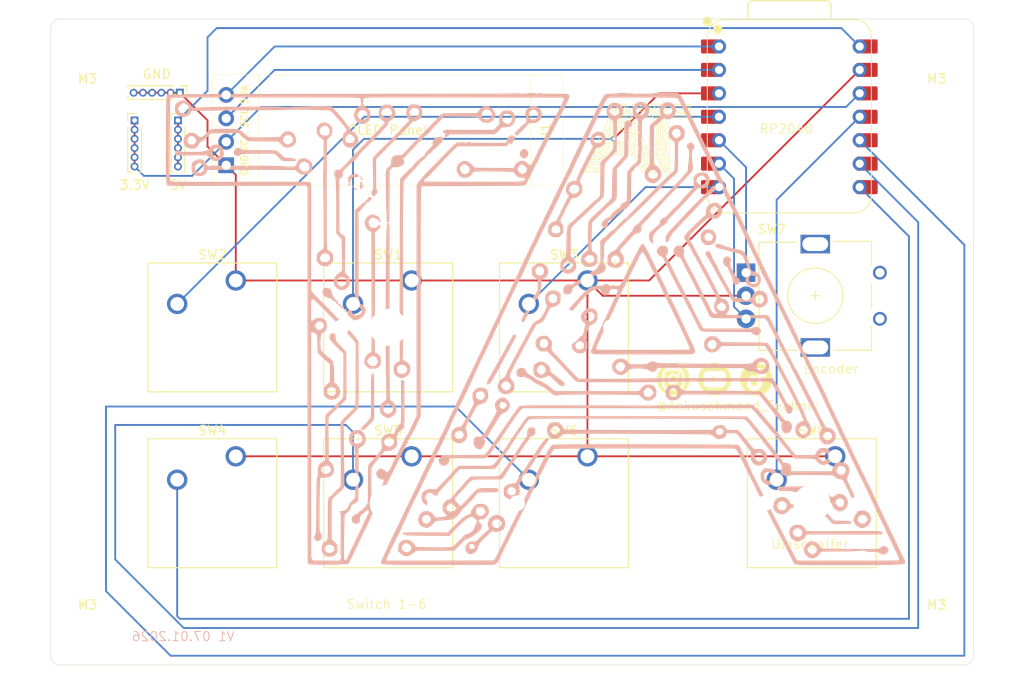
<source format=kicad_pcb>
(kicad_pcb (version 20241229) (generator "pcbnew") (generator_version "9.0")
  (layers (0 "F.Cu" signal) (2 "B.Cu" signal) (13 "F.Paste" user) (15 "B.Paste" user) (5 "F.SilkS" user "F.Silkscreen") (7 "B.SilkS" user "B.Silkscreen") (1 "F.Mask" user) (3 "B.Mask" user) (25 "Edge.Cuts" user))
  (net 0 "")
  (net 1 "GND")
  (net 2 "Net-(U1-GPIO28{slash}ADC2{slash}A2)")
  (net 3 "Net-(U1-GPIO29{slash}ADC3{slash}A3)")
  (net 4 "Net-(U1-GPIO0{slash}TX)")
  (net 5 "Net-(U1-GPIO1{slash}RX)")
  (net 6 "Net-(U1-GPIO2{slash}SCK)")
  (net 7 "Net-(U1-GPIO4{slash}MISO)")
  (net 8 "Net-(U1-GPIO7{slash}SCL)")
  (net 9 "Net-(U1-GPIO6{slash}SDA)")
  (net 10 "+5V")
  (net 11 "+3.3V")
  (net 12 "Net-(J1-Pin_4)")
  (net 13 "Net-(J1-Pin_3)")
  (net 14 "Net-(U1-GPIO3{slash}MOSI)")
  (footprint "Button_Switch_Keyboard:SW_Cherry_MX_1.00u_PCB" (layer "F.Cu") (at 185.015 117.395)
    (property "Reference" "SW8" (at -2.54 -2.794 0) (layer "F.SilkS"))
    (property "Value" "Umschalter")
    (pad "" np_thru_hole circle (at -7.62 5.08) (size 1.7 1.7) (drill 1.7) (layers "*.Cu" "*.Mask"))
    (pad "" np_thru_hole circle (at -2.54 5.08) (size 4 4) (drill 4) (layers "*.Cu" "*.Mask"))
    (pad "" np_thru_hole circle (at 2.54 5.08) (size 1.7 1.7) (drill 1.7) (layers "*.Cu" "*.Mask"))
    (pad "1" thru_hole circle (at 0 0) (size 2.2 2.2) (drill 1.5) (layers "*.Cu" "*.Mask") (net 1 "GND"))
    (pad "2" thru_hole circle (at -6.35 2.54) (size 2.2 2.2) (drill 1.5) (layers "*.Cu" "*.Mask") (net 14 "Net-(U1-GPIO3{slash}MOSI)"))
  )
  (footprint "Button_Switch_Keyboard:SW_Cherry_MX_1.00u_PCB" (layer "F.Cu") (at 158.165 117.395)
    (property "Reference" "SW6" (at -2.54 -2.794 0) (layer "F.SilkS"))
    (property "Value" "Switch 6")
    (pad "" np_thru_hole circle (at -7.62 5.08) (size 1.7 1.7) (drill 1.7) (layers "*.Cu" "*.Mask"))
    (pad "" np_thru_hole circle (at -2.54 5.08) (size 4 4) (drill 4) (layers "*.Cu" "*.Mask"))
    (pad "" np_thru_hole circle (at 2.54 5.08) (size 1.7 1.7) (drill 1.7) (layers "*.Cu" "*.Mask"))
    (pad "1" thru_hole circle (at 0 0) (size 2.2 2.2) (drill 1.5) (layers "*.Cu" "*.Mask") (net 1 "GND"))
    (pad "2" thru_hole circle (at -6.35 2.54) (size 2.2 2.2) (drill 1.5) (layers "*.Cu" "*.Mask") (net 7 "Net-(U1-GPIO4{slash}MISO)"))
  )
  (footprint "Button_Switch_Keyboard:SW_Cherry_MX_1.00u_PCB" (layer "F.Cu") (at 120.065 117.395)
    (property "Reference" "SW4" (at -2.54 -2.794 0) (layer "F.SilkS"))
    (property "Value" "Switch 4")
    (pad "" np_thru_hole circle (at -7.62 5.08) (size 1.7 1.7) (drill 1.7) (layers "*.Cu" "*.Mask"))
    (pad "" np_thru_hole circle (at -2.54 5.08) (size 4 4) (drill 4) (layers "*.Cu" "*.Mask"))
    (pad "" np_thru_hole circle (at 2.54 5.08) (size 1.7 1.7) (drill 1.7) (layers "*.Cu" "*.Mask"))
    (pad "1" thru_hole circle (at 0 0) (size 2.2 2.2) (drill 1.5) (layers "*.Cu" "*.Mask") (net 1 "GND"))
    (pad "2" thru_hole circle (at -6.35 2.54) (size 2.2 2.2) (drill 1.5) (layers "*.Cu" "*.Mask") (net 5 "Net-(U1-GPIO1{slash}RX)"))
  )
  (footprint "Seeed Studio XIAO Series Library:XIAO-RP2350-DIP" (layer "F.Cu") (at 180.040994 80.5465)
    (property "Reference" "U1" (hide yes))
    (property "Value" "XIAO-RP2040-DIP (Mikrocontroller)")
    (pad "1" smd roundrect (at -8.405994 -7.5565 180) (size 2.332 1.524) (layers "F.Cu" "F.Mask") (roundrect_rratio 0.1) (net 12 "Net-(J1-Pin_4)"))
    (pad "1" thru_hole circle (at -7.620994 -7.5565 180) (size 1.524 1.524) (drill 0.889) (layers "*.Cu" "*.Mask") (net 12 "Net-(J1-Pin_4)"))
    (pad "2" smd roundrect (at -8.405994 -5.0165 180) (size 2.332 1.524) (layers "F.Cu" "F.Mask") (roundrect_rratio 0.1) (net 13 "Net-(J1-Pin_3)"))
    (pad "2" thru_hole circle (at -7.620994 -5.0165 180) (size 1.524 1.524) (drill 0.889) (layers "*.Cu" "*.Mask") (net 13 "Net-(J1-Pin_3)"))
    (pad "3" smd roundrect (at -8.405994 -2.4765 180) (size 2.332 1.524) (layers "F.Cu" "F.Mask") (roundrect_rratio 0.1) (net 2 "Net-(U1-GPIO28{slash}ADC2{slash}A2)"))
    (pad "3" thru_hole circle (at -7.620994 -2.4765 180) (size 1.524 1.524) (drill 0.889) (layers "*.Cu" "*.Mask") (net 2 "Net-(U1-GPIO28{slash}ADC2{slash}A2)"))
    (pad "4" smd roundrect (at -8.405994 0.0635 180) (size 2.332 1.524) (layers "F.Cu" "F.Mask") (roundrect_rratio 0.1) (net 3 "Net-(U1-GPIO29{slash}ADC3{slash}A3)"))
    (pad "4" thru_hole circle (at -7.620994 0.0635 180) (size 1.524 1.524) (drill 0.889) (layers "*.Cu" "*.Mask") (net 3 "Net-(U1-GPIO29{slash}ADC3{slash}A3)"))
    (pad "5" smd roundrect (at -8.405994 2.6035 180) (size 2.332 1.524) (layers "F.Cu" "F.Mask") (roundrect_rratio 0.1) (net 9 "Net-(U1-GPIO6{slash}SDA)"))
    (pad "5" thru_hole circle (at -7.620994 2.6035 180) (size 1.524 1.524) (drill 0.889) (layers "*.Cu" "*.Mask") (net 9 "Net-(U1-GPIO6{slash}SDA)"))
    (pad "6" smd roundrect (at -8.405994 5.1435 180) (size 2.332 1.524) (layers "F.Cu" "F.Mask") (roundrect_rratio 0.1) (net 8 "Net-(U1-GPIO7{slash}SCL)"))
    (pad "6" thru_hole circle (at -7.620994 5.1435 180) (size 1.524 1.524) (drill 0.889) (layers "*.Cu" "*.Mask") (net 8 "Net-(U1-GPIO7{slash}SCL)"))
    (pad "7" smd roundrect (at -8.405994 7.6835 180) (size 2.332 1.524) (layers "F.Cu" "F.Mask") (roundrect_rratio 0.1) (net 4 "Net-(U1-GPIO0{slash}TX)"))
    (pad "7" thru_hole circle (at -7.620994 7.6835 180) (size 1.524 1.524) (drill 0.889) (layers "*.Cu" "*.Mask") (net 4 "Net-(U1-GPIO0{slash}TX)"))
    (pad "8" thru_hole circle (at 7.619006 7.6835) (size 1.524 1.524) (drill 0.889) (layers "*.Cu" "*.Mask") (net 5 "Net-(U1-GPIO1{slash}RX)"))
    (pad "8" smd roundrect (at 8.404006 7.6835) (size 2.332 1.524) (layers "F.Cu" "F.Mask") (roundrect_rratio 0.1) (net 5 "Net-(U1-GPIO1{slash}RX)"))
    (pad "9" thru_hole circle (at 7.619006 5.1435) (size 1.524 1.524) (drill 0.889) (layers "*.Cu" "*.Mask") (net 6 "Net-(U1-GPIO2{slash}SCK)"))
    (pad "9" smd roundrect (at 8.404006 5.1435) (size 2.332 1.524) (layers "F.Cu" "F.Mask") (roundrect_rratio 0.1) (net 6 "Net-(U1-GPIO2{slash}SCK)"))
    (pad "10" thru_hole circle (at 7.619006 2.6035) (size 1.524 1.524) (drill 0.889) (layers "*.Cu" "*.Mask") (net 7 "Net-(U1-GPIO4{slash}MISO)"))
    (pad "10" smd roundrect (at 8.404006 2.6035) (size 2.332 1.524) (layers "F.Cu" "F.Mask") (roundrect_rratio 0.1) (net 7 "Net-(U1-GPIO4{slash}MISO)"))
    (pad "11" thru_hole circle (at 7.619006 0.0635) (size 1.524 1.524) (drill 0.889) (layers "*.Cu" "*.Mask") (net 14 "Net-(U1-GPIO3{slash}MOSI)"))
    (pad "11" smd roundrect (at 8.404006 0.0635) (size 2.332 1.524) (layers "F.Cu" "F.Mask") (roundrect_rratio 0.1) (net 14 "Net-(U1-GPIO3{slash}MOSI)"))
    (pad "12" thru_hole circle (at 7.619006 -2.4765) (size 1.524 1.524) (drill 0.889) (layers "*.Cu" "*.Mask") (net 11 "+3.3V"))
    (pad "12" smd roundrect (at 8.404006 -2.4765) (size 2.332 1.524) (layers "F.Cu" "F.Mask") (roundrect_rratio 0.1) (net 11 "+3.3V"))
    (pad "13" thru_hole circle (at 7.619006 -5.0165) (size 1.524 1.524) (drill 0.889) (layers "*.Cu" "*.Mask") (net 1 "GND"))
    (pad "13" smd roundrect (at 8.404006 -5.0165) (size 2.332 1.524) (layers "F.Cu" "F.Mask") (roundrect_rratio 0.1) (net 1 "GND"))
    (pad "14" thru_hole circle (at 7.619006 -7.5565) (size 1.524 1.524) (drill 0.889) (layers "*.Cu" "*.Mask") (net 10 "+5V"))
    (pad "14" smd roundrect (at 8.404006 -7.5565) (size 2.332 1.524) (layers "F.Cu" "F.Mask") (roundrect_rratio 0.1) (net 10 "+5V"))
  )
  (footprint "Button_Switch_Keyboard:SW_Cherry_MX_1.00u_PCB" (layer "F.Cu") (at 139.115 117.395)
    (property "Reference" "SW5" (at -2.54 -2.794 0) (layer "F.SilkS"))
    (property "Value" "Switch 5")
    (pad "" np_thru_hole circle (at -7.62 5.08) (size 1.7 1.7) (drill 1.7) (layers "*.Cu" "*.Mask"))
    (pad "" np_thru_hole circle (at -2.54 5.08) (size 4 4) (drill 4) (layers "*.Cu" "*.Mask"))
    (pad "" np_thru_hole circle (at 2.54 5.08) (size 1.7 1.7) (drill 1.7) (layers "*.Cu" "*.Mask"))
    (pad "1" thru_hole circle (at 0 0) (size 2.2 2.2) (drill 1.5) (layers "*.Cu" "*.Mask") (net 1 "GND"))
    (pad "2" thru_hole circle (at -6.35 2.54) (size 2.2 2.2) (drill 1.5) (layers "*.Cu" "*.Mask") (net 6 "Net-(U1-GPIO2{slash}SCK)"))
  )
  (footprint "LOGO" (layer "F.Cu") (at 172 109)
    (property "Reference" "G***" (hide yes))
    (property "Value" "LOGO" (hide yes))
  )
  (footprint "Button_Switch_Keyboard:SW_Cherry_MX_1.00u_PCB" (layer "F.Cu") (at 158.165 98.345)
    (property "Reference" "SW3" (at -2.54 -2.794 0) (layer "F.SilkS"))
    (property "Value" "Switch 3")
    (pad "" np_thru_hole circle (at -7.62 5.08) (size 1.7 1.7) (drill 1.7) (layers "*.Cu" "*.Mask"))
    (pad "" np_thru_hole circle (at -2.54 5.08) (size 4 4) (drill 4) (layers "*.Cu" "*.Mask"))
    (pad "" np_thru_hole circle (at 2.54 5.08) (size 1.7 1.7) (drill 1.7) (layers "*.Cu" "*.Mask"))
    (pad "1" thru_hole circle (at 0 0) (size 2.2 2.2) (drill 1.5) (layers "*.Cu" "*.Mask") (net 1 "GND"))
    (pad "2" thru_hole circle (at -6.35 2.54) (size 2.2 2.2) (drill 1.5) (layers "*.Cu" "*.Mask") (net 4 "Net-(U1-GPIO0{slash}TX)"))
  )
  (footprint "Connector_PinHeader_1.00mm:PinHeader_1x06_P1.00mm_Vertical" (layer "F.Cu") (at 109.1 81)
    (property "Reference" "3.3V" (at 0 7 0) (layer "F.SilkS"))
    (property "Value" "Conn_01x06_Pin")
    (pad "1" thru_hole rect (at 0 0) (size 0.85 0.85) (drill 0.5) (layers "*.Cu" "*.Mask") (net 11 "+3.3V"))
    (pad "2" thru_hole circle (at 0 1) (size 0.85 0.85) (drill 0.5) (layers "*.Cu" "*.Mask") (net 11 "+3.3V"))
    (pad "3" thru_hole circle (at 0 2) (size 0.85 0.85) (drill 0.5) (layers "*.Cu" "*.Mask") (net 11 "+3.3V"))
    (pad "4" thru_hole circle (at 0 3) (size 0.85 0.85) (drill 0.5) (layers "*.Cu" "*.Mask") (net 11 "+3.3V"))
    (pad "5" thru_hole circle (at 0 4) (size 0.85 0.85) (drill 0.5) (layers "*.Cu" "*.Mask") (net 11 "+3.3V"))
    (pad "6" thru_hole circle (at 0 5) (size 0.85 0.85) (drill 0.5) (layers "*.Cu" "*.Mask") (net 11 "+3.3V"))
  )
  (footprint "Button_Switch_Keyboard:SW_Cherry_MX_1.00u_PCB" (layer "F.Cu") (at 139.115 98.345)
    (property "Reference" "SW1" (at -2.54 -2.794 0) (layer "F.SilkS"))
    (property "Value" "Switch 1")
    (pad "" np_thru_hole circle (at -7.62 5.08) (size 1.7 1.7) (drill 1.7) (layers "*.Cu" "*.Mask"))
    (pad "" np_thru_hole circle (at -2.54 5.08) (size 4 4) (drill 4) (layers "*.Cu" "*.Mask"))
    (pad "" np_thru_hole circle (at 2.54 5.08) (size 1.7 1.7) (drill 1.7) (layers "*.Cu" "*.Mask"))
    (pad "1" thru_hole circle (at 0 0) (size 2.2 2.2) (drill 1.5) (layers "*.Cu" "*.Mask") (net 1 "GND"))
    (pad "2" thru_hole circle (at -6.35 2.54) (size 2.2 2.2) (drill 1.5) (layers "*.Cu" "*.Mask") (net 2 "Net-(U1-GPIO28{slash}ADC2{slash}A2)"))
  )
  (footprint "MountingHole:MountingHole_3.2mm_M3" (layer "F.Cu") (at 196 74 180)
    (property "Reference" "M3" (at 0 -2.5 0) (layer "F.SilkS"))
    (property "Value" "MountingHole_3.2mm_M3")
    (pad "" np_thru_hole circle (at 0 0 180) (size 3.2 3.2) (drill 3.2) (layers "*.Cu" "*.Mask"))
  )
  (footprint "MountingHole:MountingHole_3.2mm_M3" (layer "F.Cu") (at 104 136)
    (property "Reference" "M3" (at 0 -2.5 0) (layer "F.SilkS"))
    (property "Value" "MountingHole_3.2mm_M3")
    (pad "" np_thru_hole circle (at 0 0) (size 3.2 3.2) (drill 3.2) (layers "*.Cu" "*.Mask"))
  )
  (footprint "Connector_PinHeader_1.00mm:PinHeader_1x06_P1.00mm_Vertical" (layer "F.Cu") (at 114 78 -90)
    (property "Reference" "GND" (at -2 2.5 180) (layer "F.SilkS"))
    (property "Value" "Conn_01x06_Pin")
    (pad "1" thru_hole rect (at 0 0 270) (size 0.85 0.85) (drill 0.5) (layers "*.Cu" "*.Mask") (net 1 "GND"))
    (pad "2" thru_hole circle (at 0 1 270) (size 0.85 0.85) (drill 0.5) (layers "*.Cu" "*.Mask") (net 1 "GND"))
    (pad "3" thru_hole circle (at 0 2 270) (size 0.85 0.85) (drill 0.5) (layers "*.Cu" "*.Mask") (net 1 "GND"))
    (pad "4" thru_hole circle (at 0 3 270) (size 0.85 0.85) (drill 0.5) (layers "*.Cu" "*.Mask") (net 1 "GND"))
    (pad "5" thru_hole circle (at 0 4 270) (size 0.85 0.85) (drill 0.5) (layers "*.Cu" "*.Mask") (net 1 "GND"))
    (pad "6" thru_hole circle (at 0 5 270) (size 0.85 0.85) (drill 0.5) (layers "*.Cu" "*.Mask") (net 1 "GND"))
  )
  (footprint "Button_Switch_Keyboard:SW_Cherry_MX_1.00u_PCB" (layer "F.Cu") (at 120.065 98.345)
    (property "Reference" "SW2" (at -2.54 -2.794 0) (layer "F.SilkS"))
    (property "Value" "Switch 2")
    (pad "" np_thru_hole circle (at -7.62 5.08) (size 1.7 1.7) (drill 1.7) (layers "*.Cu" "*.Mask"))
    (pad "" np_thru_hole circle (at -2.54 5.08) (size 4 4) (drill 4) (layers "*.Cu" "*.Mask"))
    (pad "" np_thru_hole circle (at 2.54 5.08) (size 1.7 1.7) (drill 1.7) (layers "*.Cu" "*.Mask"))
    (pad "1" thru_hole circle (at 0 0) (size 2.2 2.2) (drill 1.5) (layers "*.Cu" "*.Mask") (net 1 "GND"))
    (pad "2" thru_hole circle (at -6.35 2.54) (size 2.2 2.2) (drill 1.5) (layers "*.Cu" "*.Mask") (net 3 "Net-(U1-GPIO29{slash}ADC3{slash}A3)"))
  )
  (footprint "MountingHole:MountingHole_3.2mm_M3" (layer "F.Cu") (at 104 74 180)
    (property "Reference" "M3" (at 0 -2.5 0) (layer "F.SilkS"))
    (property "Value" "MountingHole_3.2mm_M3")
    (pad "" np_thru_hole circle (at 0 0 180) (size 3.2 3.2) (drill 3.2) (layers "*.Cu" "*.Mask"))
  )
  (footprint "Disaply 0.91:SSD1306-0.91-OLED-4pin-128x32" (layer "F.Cu") (at 155.525 88.05 180)
    (property "Reference" "J1" (at 1.9 5.91 90) (layer "F.SilkS"))
    (property "Value" "Display")
    (fp_text user "SDA" (at 34.5 9.81 90) (layer "F.SilkS") (effects (font (size 0.75 0.75))))
    (fp_text user "GND" (at 34.5 2.19 90) (layer "F.SilkS") (effects (font (size 0.75 0.75))))
    (fp_text user "OLED Panel" (at 19 6 0) (layer "F.SilkS"))
    (fp_text user "SCL" (at 34.5 7.27 90) (layer "F.SilkS") (effects (font (size 0.75 0.75))))
    (fp_text user "VCC" (at 34.5 4.73 90) (layer "F.SilkS") (effects (font (size 0.75 0.75))))
    (pad "1" thru_hole rect (at 36.5 2.19 180) (size 1.7 1.7) (drill 1) (layers "*.Cu" "*.Mask") (net 1 "GND"))
    (pad "2" thru_hole oval (at 36.5 4.73 180) (size 1.7 1.7) (drill 1) (layers "*.Cu" "*.Mask") (net 11 "+3.3V"))
    (pad "3" thru_hole oval (at 36.5 7.27 180) (size 1.7 1.7) (drill 1) (layers "*.Cu" "*.Mask") (net 13 "Net-(J1-Pin_3)"))
    (pad "4" thru_hole oval (at 36.5 9.81 180) (size 1.7 1.7) (drill 1) (layers "*.Cu" "*.Mask") (net 12 "Net-(J1-Pin_4)"))
  )
  (footprint "MountingHole:MountingHole_3.2mm_M3" (layer "F.Cu") (at 196 136)
    (property "Reference" "M3" (at 0 -2.5 0) (layer "F.SilkS"))
    (property "Value" "MountingHole_3.2mm_M3")
    (pad "" np_thru_hole circle (at 0 0) (size 3.2 3.2) (drill 3.2) (layers "*.Cu" "*.Mask"))
  )
  (footprint "Rotary_Encoder:RotaryEncoder_Alps_EC11E_Vertical_H20mm" (layer "F.Cu") (at 175.35 97.5)
    (property "Reference" "SW7" (at 2.8 -4.7 0) (layer "F.SilkS"))
    (property "Value" "RotaryEncoder")
    (pad "" thru_hole circle (at 14.5 0) (size 1.5 1.5) (drill 1) (layers "*.Cu" "*.Mask"))
    (pad "" thru_hole circle (at 14.5 5) (size 1.5 1.5) (drill 1) (layers "*.Cu" "*.Mask"))
    (pad "A" thru_hole rect (at 0 0) (size 2 2) (drill 1) (layers "*.Cu" "*.Mask") (net 9 "Net-(U1-GPIO6{slash}SDA)"))
    (pad "B" thru_hole circle (at 0 5) (size 2 2) (drill 1) (layers "*.Cu" "*.Mask") (net 8 "Net-(U1-GPIO7{slash}SCL)"))
    (pad "C" thru_hole circle (at 0 2.5) (size 2 2) (drill 1) (layers "*.Cu" "*.Mask") (net 1 "GND"))
    (pad "MP" thru_hole rect (at 7.5 -3.1) (size 3.2 2) (drill oval 2.8 1.5) (layers "*.Cu" "*.Mask"))
    (pad "MP" thru_hole rect (at 7.5 8.1) (size 3.2 2) (drill oval 2.8 1.5) (layers "*.Cu" "*.Mask"))
  )
  (footprint "Connector_PinHeader_1.00mm:PinHeader_1x06_P1.00mm_Vertical" (layer "F.Cu") (at 113.8 81)
    (property "Reference" "5V" (at 0 7 0) (layer "F.SilkS"))
    (property "Value" "Conn_01x06_Pin")
    (pad "1" thru_hole rect (at 0 0) (size 0.85 0.85) (drill 0.5) (layers "*.Cu" "*.Mask") (net 10 "+5V"))
    (pad "2" thru_hole circle (at 0 1) (size 0.85 0.85) (drill 0.5) (layers "*.Cu" "*.Mask") (net 10 "+5V"))
    (pad "3" thru_hole circle (at 0 2) (size 0.85 0.85) (drill 0.5) (layers "*.Cu" "*.Mask") (net 10 "+5V"))
    (pad "4" thru_hole circle (at 0 3) (size 0.85 0.85) (drill 0.5) (layers "*.Cu" "*.Mask") (net 10 "+5V"))
    (pad "5" thru_hole circle (at 0 4) (size 0.85 0.85) (drill 0.5) (layers "*.Cu" "*.Mask") (net 10 "+5V"))
    (pad "6" thru_hole circle (at 0 5) (size 0.85 0.85) (drill 0.5) (layers "*.Cu" "*.Mask") (net 10 "+5V"))
  )
  (footprint "LOGO" (layer "F.Cu") (at 163.5 83)
    (property "Reference" "G***" (hide yes))
    (property "Value" "LOGO" (hide yes))
  )
  (footprint "LOGO" (layer "B.Cu") (at 152.5 104 180)
    (property "Reference" "G***" (hide yes))
    (property "Value" "LOGO" (hide yes))
  )
  (gr_line (start 100 139) (end 100 71) (stroke (width 0.05)) (layer "Edge.Cuts"))
  (gr_arc (start 100 71) (mid 100.292893 70.292893) (end 101 70) (stroke (width 0.05)) (layer "Edge.Cuts"))
  (gr_arc (start 101 140) (mid 100.292893 139.707107) (end 100 139) (stroke (width 0.05)) (layer "Edge.Cuts"))
  (gr_line (start 101 70) (end 199 70) (stroke (width 0.05)) (layer "Edge.Cuts"))
  (gr_arc (start 200 139) (mid 199.707107 139.707107) (end 199 140) (stroke (width 0.05)) (layer "Edge.Cuts"))
  (gr_line (start 200 71) (end 200 139) (stroke (width 0.05)) (layer "Edge.Cuts"))
  (gr_line (start 199 140) (end 101 140) (stroke (width 0.05)) (layer "Edge.Cuts"))
  (gr_arc (start 199 70) (mid 199.707107 70.292893) (end 200 71) (stroke (width 0.05)) (layer "Edge.Cuts"))
  (gr_text "Switch 1-6" (at 132 134 0) (layer "F.SilkS") (effects (font (size 1 1) (thickness 0.1)) (justify left bottom)))
  (gr_text "@Ackuschmand_Technik" (at 165.5 112.5 0) (layer "F.SilkS") (effects (font (size 1 1) (thickness 0.1)) (justify left bottom)))
  (gr_text "Umschalter" (at 178 127.5 0) (layer "F.SilkS") (effects (font (size 1 1) (thickness 0.1)) (justify left bottom)))
  (gr_text "Encoder" (at 181.5 108.5 0) (layer "F.SilkS") (effects (font (size 1 1) (thickness 0.1)) (justify left bottom)))
  (gr_text "RP2040" (at 176.75 82.5 0) (layer "F.SilkS") (effects (font (size 1 1) (thickness 0.1)) (justify left bottom)))
  (gr_text "V1 07.01.2026" (at 120 137.5 0) (layer "B.SilkS") (effects (font (size 1 1) (thickness 0.1)) (justify left bottom mirror)))
  (segment (start 139.115 98.345) (end 158.165 98.345) (width 0.2) (layer "F.Cu") (net 1))
  (segment (start 158.165 98.345) (end 159.82 100) (width 0.2) (layer "F.Cu") (net 1))
  (segment (start 158.165 117.395) (end 139.115 117.395) (width 0.2) (layer "F.Cu") (net 1))
  (segment (start 120.065 86.9) (end 119.025 85.86) (width 0.2) (layer "F.Cu") (net 1))
  (segment (start 119.025 85.86) (end 117 83.835) (width 0.2) (layer "F.Cu") (net 1))
  (segment (start 158.165 98.345) (end 164.845 98.345) (width 0.2) (layer "F.Cu") (net 1))
  (segment (start 113 78) (end 114 78) (width 0.2) (layer "F.Cu") (net 1))
  (segment (start 117 81) (end 114 78) (width 0.2) (layer "F.Cu") (net 1))
  (segment (start 120.065 98.345) (end 139.115 98.345) (width 0.2) (layer "F.Cu") (net 1))
  (segment (start 111 78) (end 112 78) (width 0.2) (layer "F.Cu") (net 1))
  (segment (start 139.115 117.395) (end 120.065 117.395) (width 0.2) (layer "F.Cu") (net 1))
  (segment (start 164.845 98.345) (end 187.66 75.53) (width 0.2) (layer "F.Cu") (net 1))
  (segment (start 120.065 98.345) (end 120.065 86.9) (width 0.2) (layer "F.Cu") (net 1))
  (segment (start 109 78) (end 110 78) (width 0.2) (layer "F.Cu") (net 1))
  (segment (start 112 78) (end 113 78) (width 0.2) (layer "F.Cu") (net 1))
  (segment (start 159.82 100) (end 175.35 100) (width 0.2) (layer "F.Cu") (net 1))
  (segment (start 117 83.835) (end 117 81) (width 0.2) (layer "F.Cu") (net 1))
  (segment (start 158.165 98.345) (end 158.165 117.395) (width 0.2) (layer "F.Cu") (net 1))
  (segment (start 158.165 117.395) (end 185.015 117.395) (width 0.2) (layer "F.Cu") (net 1))
  (segment (start 110 78) (end 111 78) (width 0.2) (layer "F.Cu") (net 1))
  (segment (start 165.93 78.07) (end 172.42 78.07) (width 0.2) (layer "F.Cu") (net 2))
  (segment (start 161 83) (end 165.93 78.07) (width 0.2) (layer "F.Cu") (net 2))
  (via (at 161 83) (size 0.6) (drill 0.3) (layers "F.Cu" "B.Cu") (net 2))
  (segment (start 132.765 84.183686) (end 133.948686 83) (width 0.2) (layer "B.Cu") (net 2))
  (segment (start 132.765 100.885) (end 132.765 84.183686) (width 0.2) (layer "B.Cu") (net 2))
  (segment (start 133.948686 83) (end 161 83) (width 0.2) (layer "B.Cu") (net 2))
  (segment (start 113.715 100.885) (end 133.99 80.61) (width 0.2) (layer "B.Cu") (net 3))
  (segment (start 133.99 80.61) (end 172.42 80.61) (width 0.2) (layer "B.Cu") (net 3))
  (segment (start 164.47 88.23) (end 172.42 88.23) (width 0.2) (layer "B.Cu") (net 4))
  (segment (start 151.815 100.885) (end 164.47 88.23) (width 0.2) (layer "B.Cu") (net 4))
  (segment (start 113.715 119.935) (end 113.715 134.715) (width 0.2) (layer "B.Cu") (net 5))
  (segment (start 114 135) (end 193 135) (width 0.2) (layer "B.Cu") (net 5))
  (segment (start 113.715 134.715) (end 114 135) (width 0.2) (layer "B.Cu") (net 5))
  (segment (start 193 93.57) (end 187.66 88.23) (width 0.2) (layer "B.Cu") (net 5))
  (segment (start 193 135) (end 193 93.57) (width 0.2) (layer "B.Cu") (net 5))
  (segment (start 107 114) (end 107 128.5671) (width 0.2) (layer "B.Cu") (net 6))
  (segment (start 194 136) (end 194 92.03) (width 0.2) (layer "B.Cu") (net 6))
  (segment (start 114.4329 136) (end 194 136) (width 0.2) (layer "B.Cu") (net 6))
  (segment (start 132 114) (end 107 114) (width 0.2) (layer "B.Cu") (net 6))
  (segment (start 132.765 114.765) (end 132 114) (width 0.2) (layer "B.Cu") (net 6))
  (segment (start 107 128.5671) (end 114.4329 136) (width 0.2) (layer "B.Cu") (net 6))
  (segment (start 132.765 119.935) (end 132.765 114.765) (width 0.2) (layer "B.Cu") (net 6))
  (segment (start 194 92.03) (end 187.66 85.69) (width 0.2) (layer "B.Cu") (net 6))
  (segment (start 143.88 112) (end 106 112) (width 0.2) (layer "B.Cu") (net 7))
  (segment (start 199 139) (end 199 94.49) (width 0.2) (layer "B.Cu") (net 7))
  (segment (start 113 139) (end 199 139) (width 0.2) (layer "B.Cu") (net 7))
  (segment (start 106 112) (end 106 132) (width 0.2) (layer "B.Cu") (net 7))
  (segment (start 199 94.49) (end 187.66 83.15) (width 0.2) (layer "B.Cu") (net 7))
  (segment (start 106 132) (end 113 139) (width 0.2) (layer "B.Cu") (net 7))
  (segment (start 151.815 119.935) (end 143.88 112) (width 0.2) (layer "B.Cu") (net 7))
  (segment (start 175.35 102.5) (end 174.049 101.199) (width 0.2) (layer "B.Cu") (net 8))
  (segment (start 174.049 87.319) (end 172.42 85.69) (width 0.2) (layer "B.Cu") (net 8))
  (segment (start 174.049 101.199) (end 174.049 87.319) (width 0.2) (layer "B.Cu") (net 8))
  (segment (start 175.35 86.08) (end 172.42 83.15) (width 0.2) (layer "B.Cu") (net 9))
  (segment (start 175.35 97.5) (end 175.35 86.08) (width 0.2) (layer "B.Cu") (net 9))
  (segment (start 113.8 83) (end 113.8 84) (width 0.2) (layer "F.Cu") (net 10))
  (segment (start 113.8 82) (end 113.8 83) (width 0.2) (layer "F.Cu") (net 10))
  (segment (start 113.8 81) (end 113.8 82) (width 0.2) (layer "F.Cu") (net 10))
  (segment (start 113.8 85) (end 113.8 86) (width 0.2) (layer "F.Cu") (net 10))
  (segment (start 113.8 84) (end 113.8 85) (width 0.2) (layer "F.Cu") (net 10))
  (segment (start 117 77.8) (end 117 72) (width 0.2) (layer "B.Cu") (net 10))
  (segment (start 185.67 71) (end 187.66 72.99) (width 0.2) (layer "B.Cu") (net 10))
  (segment (start 118 71) (end 185.67 71) (width 0.2) (layer "B.Cu") (net 10))
  (segment (start 113.8 81) (end 117 77.8) (width 0.2) (layer "B.Cu") (net 10))
  (segment (start 117 72) (end 118 71) (width 0.2) (layer "B.Cu") (net 10))
  (segment (start 109.1 82) (end 109.1 81) (width 0.2) (layer "F.Cu") (net 11))
  (segment (start 109.1 83) (end 109.1 82) (width 0.2) (layer "F.Cu") (net 11))
  (segment (start 109.1 85) (end 109.1 84) (width 0.2) (layer "F.Cu") (net 11))
  (segment (start 109.1 86) (end 109.1 85) (width 0.2) (layer "F.Cu") (net 11))
  (segment (start 109.1 84) (end 109.1 83) (width 0.2) (layer "F.Cu") (net 11))
  (segment (start 122.798 79.547) (end 186.183 79.547) (width 0.2) (layer "B.Cu") (net 11))
  (segment (start 119.025 83.32) (end 122.798 79.547) (width 0.2) (layer "B.Cu") (net 11))
  (segment (start 186.183 79.547) (end 187.66 78.07) (width 0.2) (layer "B.Cu") (net 11))
  (segment (start 115.334 87.011) (end 119.025 83.32) (width 0.2) (layer "B.Cu") (net 11))
  (segment (start 110.111 87.011) (end 115.334 87.011) (width 0.2) (layer "B.Cu") (net 11))
  (segment (start 109.1 86) (end 110.111 87.011) (width 0.2) (layer "B.Cu") (net 11))
  (segment (start 124.275 72.99) (end 172.42 72.99) (width 0.2) (layer "B.Cu") (net 12))
  (segment (start 119.025 78.24) (end 124.275 72.99) (width 0.2) (layer "B.Cu") (net 12))
  (segment (start 124.275 75.53) (end 172.42 75.53) (width 0.2) (layer "B.Cu") (net 13))
  (segment (start 119.025 80.78) (end 124.275 75.53) (width 0.2) (layer "B.Cu") (net 13))
  (segment (start 178.665 89.605) (end 187.66 80.61) (width 0.2) (layer "B.Cu") (net 14))
  (segment (start 178.665 119.935) (end 178.665 89.605) (width 0.2) (layer "B.Cu") (net 14))
)
</source>
